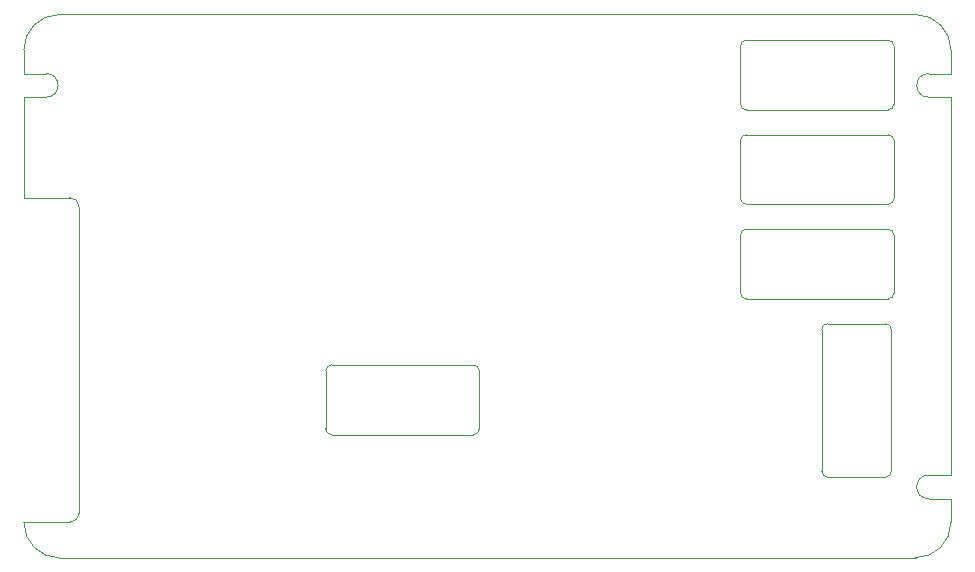
<source format=gbr>
%TF.GenerationSoftware,KiCad,Pcbnew,8.0.0-rc2-74-g5f063dd458*%
%TF.CreationDate,2024-01-29T02:36:54+02:00*%
%TF.ProjectId,SamoBase,53616d6f-4261-4736-952e-6b696361645f,rev?*%
%TF.SameCoordinates,Original*%
%TF.FileFunction,Profile,NP*%
%FSLAX46Y46*%
G04 Gerber Fmt 4.6, Leading zero omitted, Abs format (unit mm)*
G04 Created by KiCad (PCBNEW 8.0.0-rc2-74-g5f063dd458) date 2024-01-29 02:36:54*
%MOMM*%
%LPD*%
G01*
G04 APERTURE LIST*
%TA.AperFunction,Profile*%
%ADD10C,0.100000*%
%TD*%
%TA.AperFunction,Profile*%
%ADD11C,0.120000*%
%TD*%
G04 APERTURE END LIST*
D10*
X126600000Y-98000000D02*
G75*
G02*
X126600000Y-96000000I0J1000000D01*
G01*
X50000000Y-64000000D02*
X50000000Y-72500000D01*
X53880000Y-72500000D02*
X50000000Y-72500000D01*
X125500000Y-103000000D02*
X53000000Y-103000000D01*
X54680000Y-73300001D02*
X54680000Y-99200000D01*
X125500000Y-57000000D02*
G75*
G02*
X128500000Y-60000000I0J-3000000D01*
G01*
X53000000Y-57000000D02*
X125500000Y-57000000D01*
X50000000Y-60000000D02*
G75*
G02*
X53000000Y-57000000I3000000J0D01*
G01*
X53000000Y-103000000D02*
G75*
G02*
X50000000Y-100000000I0J3000000D01*
G01*
X51900000Y-62000000D02*
X50000000Y-62000000D01*
X53880000Y-72500000D02*
G75*
G02*
X54680000Y-73300000I0J-800000D01*
G01*
X126600000Y-96000000D02*
X128500000Y-96000000D01*
X126600000Y-98000000D02*
X128500000Y-98000000D01*
X51900000Y-62000000D02*
G75*
G02*
X51900000Y-64000000I0J-1000000D01*
G01*
X128500000Y-100000000D02*
X128500000Y-98000000D01*
X126600000Y-64000000D02*
X128500000Y-64000000D01*
X128500000Y-62000000D02*
X128500000Y-60000000D01*
X126600000Y-64000000D02*
G75*
G02*
X126600000Y-62000000I0J1000000D01*
G01*
X54680000Y-99200000D02*
G75*
G02*
X53880000Y-100000000I-800000J0D01*
G01*
X50000000Y-60000000D02*
X50000000Y-62000000D01*
X128500000Y-100000000D02*
G75*
G02*
X125500000Y-103000000I-3000000J0D01*
G01*
X50000000Y-100000000D02*
X53880000Y-100000000D01*
X51900000Y-64000000D02*
X50000000Y-64000000D01*
X126600000Y-62000000D02*
X128500000Y-62000000D01*
X128500000Y-96000000D02*
X128500000Y-64000000D01*
D11*
%TO.C,C15*%
X75555000Y-87175000D02*
X75555000Y-92075000D01*
X76055000Y-92575000D02*
X88055000Y-92575000D01*
X88055000Y-86675000D02*
X76055000Y-86675000D01*
X88555000Y-92075000D02*
X88555000Y-87175000D01*
X75555000Y-87175000D02*
G75*
G02*
X76055000Y-86675000I500000J0D01*
G01*
X76055000Y-92575000D02*
G75*
G02*
X75555000Y-92075000I0J500000D01*
G01*
X88055000Y-86675000D02*
G75*
G02*
X88555000Y-87175000I0J-500000D01*
G01*
X88555000Y-92075000D02*
G75*
G02*
X88055000Y-92575000I-500000J0D01*
G01*
%TO.C,C12*%
X110680000Y-67675000D02*
X110680000Y-72575000D01*
X111180000Y-73075000D02*
X123180000Y-73075000D01*
X123180000Y-67175000D02*
X111180000Y-67175000D01*
X123680000Y-72575000D02*
X123680000Y-67675000D01*
X110680000Y-67675000D02*
G75*
G02*
X111180000Y-67175000I500000J0D01*
G01*
X111180000Y-73075000D02*
G75*
G02*
X110680000Y-72575000I0J500000D01*
G01*
X123180000Y-67175000D02*
G75*
G02*
X123680000Y-67675000I0J-500000D01*
G01*
X123680000Y-72575000D02*
G75*
G02*
X123180000Y-73075000I-500000J0D01*
G01*
%TO.C,C13*%
X110680000Y-75675000D02*
X110680000Y-80575000D01*
X111180000Y-81075000D02*
X123180000Y-81075000D01*
X123180000Y-75175000D02*
X111180000Y-75175000D01*
X123680000Y-80575000D02*
X123680000Y-75675000D01*
X110680000Y-75675000D02*
G75*
G02*
X111180000Y-75175000I500000J0D01*
G01*
X111180000Y-81075000D02*
G75*
G02*
X110680000Y-80575000I0J500000D01*
G01*
X123180000Y-75175000D02*
G75*
G02*
X123680000Y-75675000I0J-500000D01*
G01*
X123680000Y-80575000D02*
G75*
G02*
X123180000Y-81075000I-500000J0D01*
G01*
%TO.C,C14*%
X117555000Y-83675000D02*
X117555000Y-95675000D01*
X118055000Y-96175000D02*
X122955000Y-96175000D01*
X122955000Y-83175000D02*
X118055000Y-83175000D01*
X123455000Y-95675000D02*
X123455000Y-83675000D01*
X117555000Y-83675000D02*
G75*
G02*
X118055000Y-83175000I500000J0D01*
G01*
X118055000Y-96175000D02*
G75*
G02*
X117555000Y-95675000I0J500000D01*
G01*
X122955000Y-83175000D02*
G75*
G02*
X123455000Y-83675000I0J-500000D01*
G01*
X123455000Y-95675000D02*
G75*
G02*
X122955000Y-96175000I-500000J0D01*
G01*
%TO.C,C10*%
X110680000Y-59675000D02*
X110680000Y-64575000D01*
X111180000Y-65075000D02*
X123180000Y-65075000D01*
X123180000Y-59175000D02*
X111180000Y-59175000D01*
X123680000Y-64575000D02*
X123680000Y-59675000D01*
X110680000Y-59675000D02*
G75*
G02*
X111180000Y-59175000I500000J0D01*
G01*
X111180000Y-65075000D02*
G75*
G02*
X110680000Y-64575000I0J500000D01*
G01*
X123180000Y-59175000D02*
G75*
G02*
X123680000Y-59675000I0J-500000D01*
G01*
X123680000Y-64575000D02*
G75*
G02*
X123180000Y-65075000I-500000J0D01*
G01*
%TD*%
M02*

</source>
